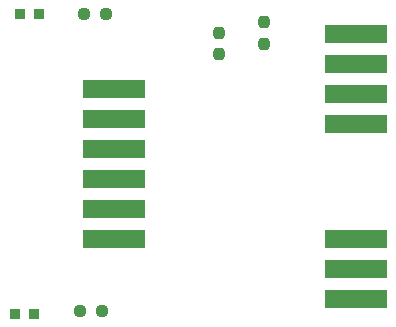
<source format=gbr>
%TF.GenerationSoftware,KiCad,Pcbnew,(6.0.6)*%
%TF.CreationDate,2022-07-19T20:12:23-04:00*%
%TF.ProjectId,4272SparkMaxBreakout,34323732-5370-4617-926b-4d6178427265,rev?*%
%TF.SameCoordinates,Original*%
%TF.FileFunction,Paste,Top*%
%TF.FilePolarity,Positive*%
%FSLAX46Y46*%
G04 Gerber Fmt 4.6, Leading zero omitted, Abs format (unit mm)*
G04 Created by KiCad (PCBNEW (6.0.6)) date 2022-07-19 20:12:23*
%MOMM*%
%LPD*%
G01*
G04 APERTURE LIST*
G04 Aperture macros list*
%AMRoundRect*
0 Rectangle with rounded corners*
0 $1 Rounding radius*
0 $2 $3 $4 $5 $6 $7 $8 $9 X,Y pos of 4 corners*
0 Add a 4 corners polygon primitive as box body*
4,1,4,$2,$3,$4,$5,$6,$7,$8,$9,$2,$3,0*
0 Add four circle primitives for the rounded corners*
1,1,$1+$1,$2,$3*
1,1,$1+$1,$4,$5*
1,1,$1+$1,$6,$7*
1,1,$1+$1,$8,$9*
0 Add four rect primitives between the rounded corners*
20,1,$1+$1,$2,$3,$4,$5,0*
20,1,$1+$1,$4,$5,$6,$7,0*
20,1,$1+$1,$6,$7,$8,$9,0*
20,1,$1+$1,$8,$9,$2,$3,0*%
G04 Aperture macros list end*
%ADD10R,5.330000X1.650000*%
%ADD11RoundRect,0.237500X0.237500X-0.250000X0.237500X0.250000X-0.237500X0.250000X-0.237500X-0.250000X0*%
%ADD12RoundRect,0.237500X-0.250000X-0.237500X0.250000X-0.237500X0.250000X0.237500X-0.250000X0.237500X0*%
%ADD13R,0.900000X0.950000*%
%ADD14RoundRect,0.237500X-0.237500X0.250000X-0.237500X-0.250000X0.237500X-0.250000X0.237500X0.250000X0*%
%ADD15RoundRect,0.237500X0.250000X0.237500X-0.250000X0.237500X-0.250000X-0.237500X0.250000X-0.237500X0*%
G04 APERTURE END LIST*
D10*
%TO.C,P1*%
X110490000Y-105410000D03*
X110490000Y-102870000D03*
X110490000Y-100330000D03*
X110490000Y-97790000D03*
X110490000Y-95250000D03*
X110490000Y-92710000D03*
%TD*%
D11*
%TO.C,R1*%
X123190000Y-88900000D03*
X123190000Y-87075000D03*
%TD*%
D12*
%TO.C,R5*%
X107950000Y-86360000D03*
X109775000Y-86360000D03*
%TD*%
D13*
%TO.C,LED3*%
X102070000Y-111760000D03*
X103670000Y-111760000D03*
%TD*%
D14*
%TO.C,R2*%
X119380000Y-87987500D03*
X119380000Y-89812500D03*
%TD*%
D10*
%TO.C,P3*%
X130935000Y-105410000D03*
X130935000Y-107950000D03*
X130935000Y-110490000D03*
%TD*%
%TO.C,P2*%
X130935000Y-88105000D03*
X130935000Y-90645000D03*
X130935000Y-93185000D03*
X130935000Y-95725000D03*
%TD*%
D15*
%TO.C,R3*%
X109452500Y-111565000D03*
X107627500Y-111565000D03*
%TD*%
D13*
%TO.C,LED5*%
X104112500Y-86360000D03*
X102512500Y-86360000D03*
%TD*%
M02*

</source>
